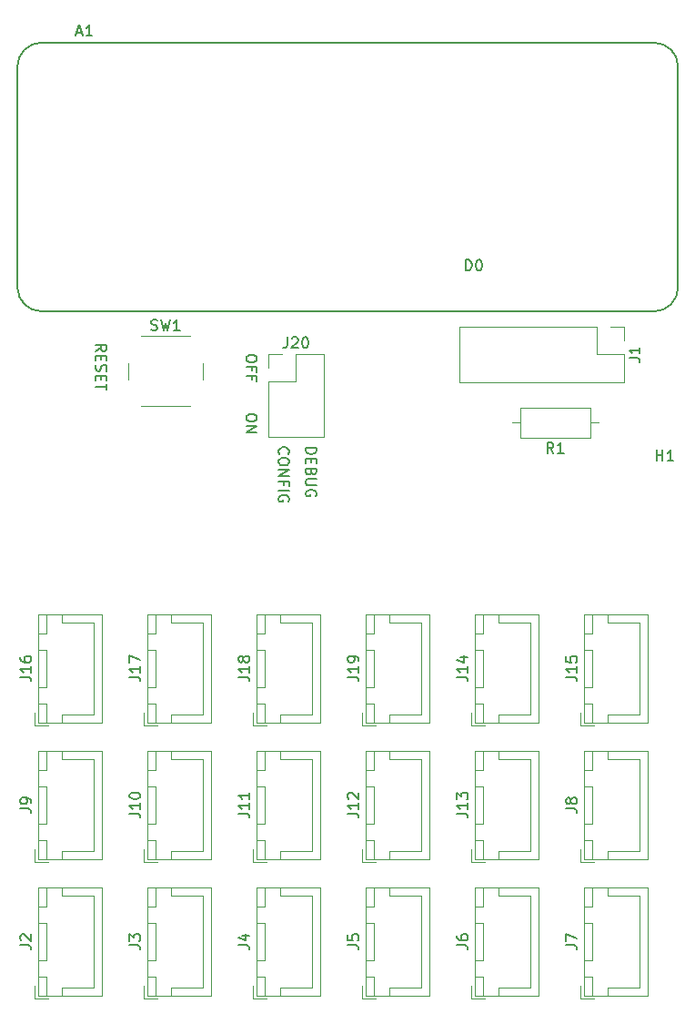
<source format=gbr>
%TF.GenerationSoftware,KiCad,Pcbnew,7.0.10-1.fc39*%
%TF.CreationDate,2024-02-14T22:36:15-06:00*%
%TF.ProjectId,mkr-sensor-shield,6d6b722d-7365-46e7-936f-722d73686965,rev?*%
%TF.SameCoordinates,Original*%
%TF.FileFunction,Legend,Top*%
%TF.FilePolarity,Positive*%
%FSLAX46Y46*%
G04 Gerber Fmt 4.6, Leading zero omitted, Abs format (unit mm)*
G04 Created by KiCad (PCBNEW 7.0.10-1.fc39) date 2024-02-14 22:36:15*
%MOMM*%
%LPD*%
G01*
G04 APERTURE LIST*
%ADD10C,0.150000*%
%ADD11C,0.120000*%
G04 APERTURE END LIST*
D10*
X136554981Y-83703208D02*
X137031172Y-83369875D01*
X136554981Y-83131780D02*
X137554981Y-83131780D01*
X137554981Y-83131780D02*
X137554981Y-83512732D01*
X137554981Y-83512732D02*
X137507362Y-83607970D01*
X137507362Y-83607970D02*
X137459743Y-83655589D01*
X137459743Y-83655589D02*
X137364505Y-83703208D01*
X137364505Y-83703208D02*
X137221648Y-83703208D01*
X137221648Y-83703208D02*
X137126410Y-83655589D01*
X137126410Y-83655589D02*
X137078791Y-83607970D01*
X137078791Y-83607970D02*
X137031172Y-83512732D01*
X137031172Y-83512732D02*
X137031172Y-83131780D01*
X137078791Y-84131780D02*
X137078791Y-84465113D01*
X136554981Y-84607970D02*
X136554981Y-84131780D01*
X136554981Y-84131780D02*
X137554981Y-84131780D01*
X137554981Y-84131780D02*
X137554981Y-84607970D01*
X136602601Y-84988923D02*
X136554981Y-85131780D01*
X136554981Y-85131780D02*
X136554981Y-85369875D01*
X136554981Y-85369875D02*
X136602601Y-85465113D01*
X136602601Y-85465113D02*
X136650220Y-85512732D01*
X136650220Y-85512732D02*
X136745458Y-85560351D01*
X136745458Y-85560351D02*
X136840696Y-85560351D01*
X136840696Y-85560351D02*
X136935934Y-85512732D01*
X136935934Y-85512732D02*
X136983553Y-85465113D01*
X136983553Y-85465113D02*
X137031172Y-85369875D01*
X137031172Y-85369875D02*
X137078791Y-85179399D01*
X137078791Y-85179399D02*
X137126410Y-85084161D01*
X137126410Y-85084161D02*
X137174029Y-85036542D01*
X137174029Y-85036542D02*
X137269267Y-84988923D01*
X137269267Y-84988923D02*
X137364505Y-84988923D01*
X137364505Y-84988923D02*
X137459743Y-85036542D01*
X137459743Y-85036542D02*
X137507362Y-85084161D01*
X137507362Y-85084161D02*
X137554981Y-85179399D01*
X137554981Y-85179399D02*
X137554981Y-85417494D01*
X137554981Y-85417494D02*
X137507362Y-85560351D01*
X137078791Y-85988923D02*
X137078791Y-86322256D01*
X136554981Y-86465113D02*
X136554981Y-85988923D01*
X136554981Y-85988923D02*
X137554981Y-85988923D01*
X137554981Y-85988923D02*
X137554981Y-86465113D01*
X137554981Y-86750828D02*
X137554981Y-87322256D01*
X136554981Y-87036542D02*
X137554981Y-87036542D01*
X156094981Y-92711780D02*
X157094981Y-92711780D01*
X157094981Y-92711780D02*
X157094981Y-92949875D01*
X157094981Y-92949875D02*
X157047362Y-93092732D01*
X157047362Y-93092732D02*
X156952124Y-93187970D01*
X156952124Y-93187970D02*
X156856886Y-93235589D01*
X156856886Y-93235589D02*
X156666410Y-93283208D01*
X156666410Y-93283208D02*
X156523553Y-93283208D01*
X156523553Y-93283208D02*
X156333077Y-93235589D01*
X156333077Y-93235589D02*
X156237839Y-93187970D01*
X156237839Y-93187970D02*
X156142601Y-93092732D01*
X156142601Y-93092732D02*
X156094981Y-92949875D01*
X156094981Y-92949875D02*
X156094981Y-92711780D01*
X156618791Y-93711780D02*
X156618791Y-94045113D01*
X156094981Y-94187970D02*
X156094981Y-93711780D01*
X156094981Y-93711780D02*
X157094981Y-93711780D01*
X157094981Y-93711780D02*
X157094981Y-94187970D01*
X156618791Y-94949875D02*
X156571172Y-95092732D01*
X156571172Y-95092732D02*
X156523553Y-95140351D01*
X156523553Y-95140351D02*
X156428315Y-95187970D01*
X156428315Y-95187970D02*
X156285458Y-95187970D01*
X156285458Y-95187970D02*
X156190220Y-95140351D01*
X156190220Y-95140351D02*
X156142601Y-95092732D01*
X156142601Y-95092732D02*
X156094981Y-94997494D01*
X156094981Y-94997494D02*
X156094981Y-94616542D01*
X156094981Y-94616542D02*
X157094981Y-94616542D01*
X157094981Y-94616542D02*
X157094981Y-94949875D01*
X157094981Y-94949875D02*
X157047362Y-95045113D01*
X157047362Y-95045113D02*
X156999743Y-95092732D01*
X156999743Y-95092732D02*
X156904505Y-95140351D01*
X156904505Y-95140351D02*
X156809267Y-95140351D01*
X156809267Y-95140351D02*
X156714029Y-95092732D01*
X156714029Y-95092732D02*
X156666410Y-95045113D01*
X156666410Y-95045113D02*
X156618791Y-94949875D01*
X156618791Y-94949875D02*
X156618791Y-94616542D01*
X157094981Y-95616542D02*
X156285458Y-95616542D01*
X156285458Y-95616542D02*
X156190220Y-95664161D01*
X156190220Y-95664161D02*
X156142601Y-95711780D01*
X156142601Y-95711780D02*
X156094981Y-95807018D01*
X156094981Y-95807018D02*
X156094981Y-95997494D01*
X156094981Y-95997494D02*
X156142601Y-96092732D01*
X156142601Y-96092732D02*
X156190220Y-96140351D01*
X156190220Y-96140351D02*
X156285458Y-96187970D01*
X156285458Y-96187970D02*
X157094981Y-96187970D01*
X157047362Y-97187970D02*
X157094981Y-97092732D01*
X157094981Y-97092732D02*
X157094981Y-96949875D01*
X157094981Y-96949875D02*
X157047362Y-96807018D01*
X157047362Y-96807018D02*
X156952124Y-96711780D01*
X156952124Y-96711780D02*
X156856886Y-96664161D01*
X156856886Y-96664161D02*
X156666410Y-96616542D01*
X156666410Y-96616542D02*
X156523553Y-96616542D01*
X156523553Y-96616542D02*
X156333077Y-96664161D01*
X156333077Y-96664161D02*
X156237839Y-96711780D01*
X156237839Y-96711780D02*
X156142601Y-96807018D01*
X156142601Y-96807018D02*
X156094981Y-96949875D01*
X156094981Y-96949875D02*
X156094981Y-97045113D01*
X156094981Y-97045113D02*
X156142601Y-97187970D01*
X156142601Y-97187970D02*
X156190220Y-97235589D01*
X156190220Y-97235589D02*
X156523553Y-97235589D01*
X156523553Y-97235589D02*
X156523553Y-97045113D01*
X151554981Y-89822256D02*
X151554981Y-90012732D01*
X151554981Y-90012732D02*
X151507362Y-90107970D01*
X151507362Y-90107970D02*
X151412124Y-90203208D01*
X151412124Y-90203208D02*
X151221648Y-90250827D01*
X151221648Y-90250827D02*
X150888315Y-90250827D01*
X150888315Y-90250827D02*
X150697839Y-90203208D01*
X150697839Y-90203208D02*
X150602601Y-90107970D01*
X150602601Y-90107970D02*
X150554981Y-90012732D01*
X150554981Y-90012732D02*
X150554981Y-89822256D01*
X150554981Y-89822256D02*
X150602601Y-89727018D01*
X150602601Y-89727018D02*
X150697839Y-89631780D01*
X150697839Y-89631780D02*
X150888315Y-89584161D01*
X150888315Y-89584161D02*
X151221648Y-89584161D01*
X151221648Y-89584161D02*
X151412124Y-89631780D01*
X151412124Y-89631780D02*
X151507362Y-89727018D01*
X151507362Y-89727018D02*
X151554981Y-89822256D01*
X150554981Y-90679399D02*
X151554981Y-90679399D01*
X151554981Y-90679399D02*
X150554981Y-91250827D01*
X150554981Y-91250827D02*
X151554981Y-91250827D01*
X151554981Y-84322256D02*
X151554981Y-84512732D01*
X151554981Y-84512732D02*
X151507362Y-84607970D01*
X151507362Y-84607970D02*
X151412124Y-84703208D01*
X151412124Y-84703208D02*
X151221648Y-84750827D01*
X151221648Y-84750827D02*
X150888315Y-84750827D01*
X150888315Y-84750827D02*
X150697839Y-84703208D01*
X150697839Y-84703208D02*
X150602601Y-84607970D01*
X150602601Y-84607970D02*
X150554981Y-84512732D01*
X150554981Y-84512732D02*
X150554981Y-84322256D01*
X150554981Y-84322256D02*
X150602601Y-84227018D01*
X150602601Y-84227018D02*
X150697839Y-84131780D01*
X150697839Y-84131780D02*
X150888315Y-84084161D01*
X150888315Y-84084161D02*
X151221648Y-84084161D01*
X151221648Y-84084161D02*
X151412124Y-84131780D01*
X151412124Y-84131780D02*
X151507362Y-84227018D01*
X151507362Y-84227018D02*
X151554981Y-84322256D01*
X151078791Y-85512732D02*
X151078791Y-85179399D01*
X150554981Y-85179399D02*
X151554981Y-85179399D01*
X151554981Y-85179399D02*
X151554981Y-85655589D01*
X151078791Y-86369875D02*
X151078791Y-86036542D01*
X150554981Y-86036542D02*
X151554981Y-86036542D01*
X151554981Y-86036542D02*
X151554981Y-86512732D01*
X153650220Y-93283208D02*
X153602601Y-93235589D01*
X153602601Y-93235589D02*
X153554981Y-93092732D01*
X153554981Y-93092732D02*
X153554981Y-92997494D01*
X153554981Y-92997494D02*
X153602601Y-92854637D01*
X153602601Y-92854637D02*
X153697839Y-92759399D01*
X153697839Y-92759399D02*
X153793077Y-92711780D01*
X153793077Y-92711780D02*
X153983553Y-92664161D01*
X153983553Y-92664161D02*
X154126410Y-92664161D01*
X154126410Y-92664161D02*
X154316886Y-92711780D01*
X154316886Y-92711780D02*
X154412124Y-92759399D01*
X154412124Y-92759399D02*
X154507362Y-92854637D01*
X154507362Y-92854637D02*
X154554981Y-92997494D01*
X154554981Y-92997494D02*
X154554981Y-93092732D01*
X154554981Y-93092732D02*
X154507362Y-93235589D01*
X154507362Y-93235589D02*
X154459743Y-93283208D01*
X154554981Y-93902256D02*
X154554981Y-94092732D01*
X154554981Y-94092732D02*
X154507362Y-94187970D01*
X154507362Y-94187970D02*
X154412124Y-94283208D01*
X154412124Y-94283208D02*
X154221648Y-94330827D01*
X154221648Y-94330827D02*
X153888315Y-94330827D01*
X153888315Y-94330827D02*
X153697839Y-94283208D01*
X153697839Y-94283208D02*
X153602601Y-94187970D01*
X153602601Y-94187970D02*
X153554981Y-94092732D01*
X153554981Y-94092732D02*
X153554981Y-93902256D01*
X153554981Y-93902256D02*
X153602601Y-93807018D01*
X153602601Y-93807018D02*
X153697839Y-93711780D01*
X153697839Y-93711780D02*
X153888315Y-93664161D01*
X153888315Y-93664161D02*
X154221648Y-93664161D01*
X154221648Y-93664161D02*
X154412124Y-93711780D01*
X154412124Y-93711780D02*
X154507362Y-93807018D01*
X154507362Y-93807018D02*
X154554981Y-93902256D01*
X153554981Y-94759399D02*
X154554981Y-94759399D01*
X154554981Y-94759399D02*
X153554981Y-95330827D01*
X153554981Y-95330827D02*
X154554981Y-95330827D01*
X154078791Y-96140351D02*
X154078791Y-95807018D01*
X153554981Y-95807018D02*
X154554981Y-95807018D01*
X154554981Y-95807018D02*
X154554981Y-96283208D01*
X153554981Y-96664161D02*
X154554981Y-96664161D01*
X154507362Y-97664160D02*
X154554981Y-97568922D01*
X154554981Y-97568922D02*
X154554981Y-97426065D01*
X154554981Y-97426065D02*
X154507362Y-97283208D01*
X154507362Y-97283208D02*
X154412124Y-97187970D01*
X154412124Y-97187970D02*
X154316886Y-97140351D01*
X154316886Y-97140351D02*
X154126410Y-97092732D01*
X154126410Y-97092732D02*
X153983553Y-97092732D01*
X153983553Y-97092732D02*
X153793077Y-97140351D01*
X153793077Y-97140351D02*
X153697839Y-97187970D01*
X153697839Y-97187970D02*
X153602601Y-97283208D01*
X153602601Y-97283208D02*
X153554981Y-97426065D01*
X153554981Y-97426065D02*
X153554981Y-97521303D01*
X153554981Y-97521303D02*
X153602601Y-97664160D01*
X153602601Y-97664160D02*
X153650220Y-97711779D01*
X153650220Y-97711779D02*
X153983553Y-97711779D01*
X153983553Y-97711779D02*
X153983553Y-97521303D01*
X160014820Y-138958334D02*
X160729105Y-138958334D01*
X160729105Y-138958334D02*
X160871962Y-139005953D01*
X160871962Y-139005953D02*
X160967201Y-139101191D01*
X160967201Y-139101191D02*
X161014820Y-139244048D01*
X161014820Y-139244048D02*
X161014820Y-139339286D01*
X160014820Y-138005953D02*
X160014820Y-138482143D01*
X160014820Y-138482143D02*
X160491010Y-138529762D01*
X160491010Y-138529762D02*
X160443391Y-138482143D01*
X160443391Y-138482143D02*
X160395772Y-138386905D01*
X160395772Y-138386905D02*
X160395772Y-138148810D01*
X160395772Y-138148810D02*
X160443391Y-138053572D01*
X160443391Y-138053572D02*
X160491010Y-138005953D01*
X160491010Y-138005953D02*
X160586248Y-137958334D01*
X160586248Y-137958334D02*
X160824343Y-137958334D01*
X160824343Y-137958334D02*
X160919581Y-138005953D01*
X160919581Y-138005953D02*
X160967201Y-138053572D01*
X160967201Y-138053572D02*
X161014820Y-138148810D01*
X161014820Y-138148810D02*
X161014820Y-138386905D01*
X161014820Y-138386905D02*
X160967201Y-138482143D01*
X160967201Y-138482143D02*
X160919581Y-138529762D01*
X139694820Y-126734524D02*
X140409105Y-126734524D01*
X140409105Y-126734524D02*
X140551962Y-126782143D01*
X140551962Y-126782143D02*
X140647201Y-126877381D01*
X140647201Y-126877381D02*
X140694820Y-127020238D01*
X140694820Y-127020238D02*
X140694820Y-127115476D01*
X140694820Y-125734524D02*
X140694820Y-126305952D01*
X140694820Y-126020238D02*
X139694820Y-126020238D01*
X139694820Y-126020238D02*
X139837677Y-126115476D01*
X139837677Y-126115476D02*
X139932915Y-126210714D01*
X139932915Y-126210714D02*
X139980534Y-126305952D01*
X139694820Y-125115476D02*
X139694820Y-125020238D01*
X139694820Y-125020238D02*
X139742439Y-124925000D01*
X139742439Y-124925000D02*
X139790058Y-124877381D01*
X139790058Y-124877381D02*
X139885296Y-124829762D01*
X139885296Y-124829762D02*
X140075772Y-124782143D01*
X140075772Y-124782143D02*
X140313867Y-124782143D01*
X140313867Y-124782143D02*
X140504343Y-124829762D01*
X140504343Y-124829762D02*
X140599581Y-124877381D01*
X140599581Y-124877381D02*
X140647201Y-124925000D01*
X140647201Y-124925000D02*
X140694820Y-125020238D01*
X140694820Y-125020238D02*
X140694820Y-125115476D01*
X140694820Y-125115476D02*
X140647201Y-125210714D01*
X140647201Y-125210714D02*
X140599581Y-125258333D01*
X140599581Y-125258333D02*
X140504343Y-125305952D01*
X140504343Y-125305952D02*
X140313867Y-125353571D01*
X140313867Y-125353571D02*
X140075772Y-125353571D01*
X140075772Y-125353571D02*
X139885296Y-125305952D01*
X139885296Y-125305952D02*
X139790058Y-125258333D01*
X139790058Y-125258333D02*
X139742439Y-125210714D01*
X139742439Y-125210714D02*
X139694820Y-125115476D01*
X149854820Y-114034524D02*
X150569105Y-114034524D01*
X150569105Y-114034524D02*
X150711962Y-114082143D01*
X150711962Y-114082143D02*
X150807201Y-114177381D01*
X150807201Y-114177381D02*
X150854820Y-114320238D01*
X150854820Y-114320238D02*
X150854820Y-114415476D01*
X150854820Y-113034524D02*
X150854820Y-113605952D01*
X150854820Y-113320238D02*
X149854820Y-113320238D01*
X149854820Y-113320238D02*
X149997677Y-113415476D01*
X149997677Y-113415476D02*
X150092915Y-113510714D01*
X150092915Y-113510714D02*
X150140534Y-113605952D01*
X150283391Y-112463095D02*
X150235772Y-112558333D01*
X150235772Y-112558333D02*
X150188153Y-112605952D01*
X150188153Y-112605952D02*
X150092915Y-112653571D01*
X150092915Y-112653571D02*
X150045296Y-112653571D01*
X150045296Y-112653571D02*
X149950058Y-112605952D01*
X149950058Y-112605952D02*
X149902439Y-112558333D01*
X149902439Y-112558333D02*
X149854820Y-112463095D01*
X149854820Y-112463095D02*
X149854820Y-112272619D01*
X149854820Y-112272619D02*
X149902439Y-112177381D01*
X149902439Y-112177381D02*
X149950058Y-112129762D01*
X149950058Y-112129762D02*
X150045296Y-112082143D01*
X150045296Y-112082143D02*
X150092915Y-112082143D01*
X150092915Y-112082143D02*
X150188153Y-112129762D01*
X150188153Y-112129762D02*
X150235772Y-112177381D01*
X150235772Y-112177381D02*
X150283391Y-112272619D01*
X150283391Y-112272619D02*
X150283391Y-112463095D01*
X150283391Y-112463095D02*
X150331010Y-112558333D01*
X150331010Y-112558333D02*
X150378629Y-112605952D01*
X150378629Y-112605952D02*
X150473867Y-112653571D01*
X150473867Y-112653571D02*
X150664343Y-112653571D01*
X150664343Y-112653571D02*
X150759581Y-112605952D01*
X150759581Y-112605952D02*
X150807201Y-112558333D01*
X150807201Y-112558333D02*
X150854820Y-112463095D01*
X150854820Y-112463095D02*
X150854820Y-112272619D01*
X150854820Y-112272619D02*
X150807201Y-112177381D01*
X150807201Y-112177381D02*
X150759581Y-112129762D01*
X150759581Y-112129762D02*
X150664343Y-112082143D01*
X150664343Y-112082143D02*
X150473867Y-112082143D01*
X150473867Y-112082143D02*
X150378629Y-112129762D01*
X150378629Y-112129762D02*
X150331010Y-112177381D01*
X150331010Y-112177381D02*
X150283391Y-112272619D01*
X180334820Y-114034524D02*
X181049105Y-114034524D01*
X181049105Y-114034524D02*
X181191962Y-114082143D01*
X181191962Y-114082143D02*
X181287201Y-114177381D01*
X181287201Y-114177381D02*
X181334820Y-114320238D01*
X181334820Y-114320238D02*
X181334820Y-114415476D01*
X181334820Y-113034524D02*
X181334820Y-113605952D01*
X181334820Y-113320238D02*
X180334820Y-113320238D01*
X180334820Y-113320238D02*
X180477677Y-113415476D01*
X180477677Y-113415476D02*
X180572915Y-113510714D01*
X180572915Y-113510714D02*
X180620534Y-113605952D01*
X180334820Y-112129762D02*
X180334820Y-112605952D01*
X180334820Y-112605952D02*
X180811010Y-112653571D01*
X180811010Y-112653571D02*
X180763391Y-112605952D01*
X180763391Y-112605952D02*
X180715772Y-112510714D01*
X180715772Y-112510714D02*
X180715772Y-112272619D01*
X180715772Y-112272619D02*
X180763391Y-112177381D01*
X180763391Y-112177381D02*
X180811010Y-112129762D01*
X180811010Y-112129762D02*
X180906248Y-112082143D01*
X180906248Y-112082143D02*
X181144343Y-112082143D01*
X181144343Y-112082143D02*
X181239581Y-112129762D01*
X181239581Y-112129762D02*
X181287201Y-112177381D01*
X181287201Y-112177381D02*
X181334820Y-112272619D01*
X181334820Y-112272619D02*
X181334820Y-112510714D01*
X181334820Y-112510714D02*
X181287201Y-112605952D01*
X181287201Y-112605952D02*
X181239581Y-112653571D01*
X188748096Y-93919820D02*
X188748096Y-92919820D01*
X188748096Y-93396010D02*
X189319524Y-93396010D01*
X189319524Y-93919820D02*
X189319524Y-92919820D01*
X190319524Y-93919820D02*
X189748096Y-93919820D01*
X190033810Y-93919820D02*
X190033810Y-92919820D01*
X190033810Y-92919820D02*
X189938572Y-93062677D01*
X189938572Y-93062677D02*
X189843334Y-93157915D01*
X189843334Y-93157915D02*
X189748096Y-93205534D01*
X141721468Y-81742201D02*
X141864325Y-81789820D01*
X141864325Y-81789820D02*
X142102420Y-81789820D01*
X142102420Y-81789820D02*
X142197658Y-81742201D01*
X142197658Y-81742201D02*
X142245277Y-81694581D01*
X142245277Y-81694581D02*
X142292896Y-81599343D01*
X142292896Y-81599343D02*
X142292896Y-81504105D01*
X142292896Y-81504105D02*
X142245277Y-81408867D01*
X142245277Y-81408867D02*
X142197658Y-81361248D01*
X142197658Y-81361248D02*
X142102420Y-81313629D01*
X142102420Y-81313629D02*
X141911944Y-81266010D01*
X141911944Y-81266010D02*
X141816706Y-81218391D01*
X141816706Y-81218391D02*
X141769087Y-81170772D01*
X141769087Y-81170772D02*
X141721468Y-81075534D01*
X141721468Y-81075534D02*
X141721468Y-80980296D01*
X141721468Y-80980296D02*
X141769087Y-80885058D01*
X141769087Y-80885058D02*
X141816706Y-80837439D01*
X141816706Y-80837439D02*
X141911944Y-80789820D01*
X141911944Y-80789820D02*
X142150039Y-80789820D01*
X142150039Y-80789820D02*
X142292896Y-80837439D01*
X142626230Y-80789820D02*
X142864325Y-81789820D01*
X142864325Y-81789820D02*
X143054801Y-81075534D01*
X143054801Y-81075534D02*
X143245277Y-81789820D01*
X143245277Y-81789820D02*
X143483373Y-80789820D01*
X144388134Y-81789820D02*
X143816706Y-81789820D01*
X144102420Y-81789820D02*
X144102420Y-80789820D01*
X144102420Y-80789820D02*
X144007182Y-80932677D01*
X144007182Y-80932677D02*
X143911944Y-81027915D01*
X143911944Y-81027915D02*
X143816706Y-81075534D01*
X180334820Y-138958334D02*
X181049105Y-138958334D01*
X181049105Y-138958334D02*
X181191962Y-139005953D01*
X181191962Y-139005953D02*
X181287201Y-139101191D01*
X181287201Y-139101191D02*
X181334820Y-139244048D01*
X181334820Y-139244048D02*
X181334820Y-139339286D01*
X180334820Y-138577381D02*
X180334820Y-137910715D01*
X180334820Y-137910715D02*
X181334820Y-138339286D01*
X129534820Y-126258334D02*
X130249105Y-126258334D01*
X130249105Y-126258334D02*
X130391962Y-126305953D01*
X130391962Y-126305953D02*
X130487201Y-126401191D01*
X130487201Y-126401191D02*
X130534820Y-126544048D01*
X130534820Y-126544048D02*
X130534820Y-126639286D01*
X130534820Y-125734524D02*
X130534820Y-125544048D01*
X130534820Y-125544048D02*
X130487201Y-125448810D01*
X130487201Y-125448810D02*
X130439581Y-125401191D01*
X130439581Y-125401191D02*
X130296724Y-125305953D01*
X130296724Y-125305953D02*
X130106248Y-125258334D01*
X130106248Y-125258334D02*
X129725296Y-125258334D01*
X129725296Y-125258334D02*
X129630058Y-125305953D01*
X129630058Y-125305953D02*
X129582439Y-125353572D01*
X129582439Y-125353572D02*
X129534820Y-125448810D01*
X129534820Y-125448810D02*
X129534820Y-125639286D01*
X129534820Y-125639286D02*
X129582439Y-125734524D01*
X129582439Y-125734524D02*
X129630058Y-125782143D01*
X129630058Y-125782143D02*
X129725296Y-125829762D01*
X129725296Y-125829762D02*
X129963391Y-125829762D01*
X129963391Y-125829762D02*
X130058629Y-125782143D01*
X130058629Y-125782143D02*
X130106248Y-125734524D01*
X130106248Y-125734524D02*
X130153867Y-125639286D01*
X130153867Y-125639286D02*
X130153867Y-125448810D01*
X130153867Y-125448810D02*
X130106248Y-125353572D01*
X130106248Y-125353572D02*
X130058629Y-125305953D01*
X130058629Y-125305953D02*
X129963391Y-125258334D01*
X129534820Y-114034524D02*
X130249105Y-114034524D01*
X130249105Y-114034524D02*
X130391962Y-114082143D01*
X130391962Y-114082143D02*
X130487201Y-114177381D01*
X130487201Y-114177381D02*
X130534820Y-114320238D01*
X130534820Y-114320238D02*
X130534820Y-114415476D01*
X130534820Y-113034524D02*
X130534820Y-113605952D01*
X130534820Y-113320238D02*
X129534820Y-113320238D01*
X129534820Y-113320238D02*
X129677677Y-113415476D01*
X129677677Y-113415476D02*
X129772915Y-113510714D01*
X129772915Y-113510714D02*
X129820534Y-113605952D01*
X129534820Y-112177381D02*
X129534820Y-112367857D01*
X129534820Y-112367857D02*
X129582439Y-112463095D01*
X129582439Y-112463095D02*
X129630058Y-112510714D01*
X129630058Y-112510714D02*
X129772915Y-112605952D01*
X129772915Y-112605952D02*
X129963391Y-112653571D01*
X129963391Y-112653571D02*
X130344343Y-112653571D01*
X130344343Y-112653571D02*
X130439581Y-112605952D01*
X130439581Y-112605952D02*
X130487201Y-112558333D01*
X130487201Y-112558333D02*
X130534820Y-112463095D01*
X130534820Y-112463095D02*
X130534820Y-112272619D01*
X130534820Y-112272619D02*
X130487201Y-112177381D01*
X130487201Y-112177381D02*
X130439581Y-112129762D01*
X130439581Y-112129762D02*
X130344343Y-112082143D01*
X130344343Y-112082143D02*
X130106248Y-112082143D01*
X130106248Y-112082143D02*
X130011010Y-112129762D01*
X130011010Y-112129762D02*
X129963391Y-112177381D01*
X129963391Y-112177381D02*
X129915772Y-112272619D01*
X129915772Y-112272619D02*
X129915772Y-112463095D01*
X129915772Y-112463095D02*
X129963391Y-112558333D01*
X129963391Y-112558333D02*
X130011010Y-112605952D01*
X130011010Y-112605952D02*
X130106248Y-112653571D01*
X170174820Y-138958334D02*
X170889105Y-138958334D01*
X170889105Y-138958334D02*
X171031962Y-139005953D01*
X171031962Y-139005953D02*
X171127201Y-139101191D01*
X171127201Y-139101191D02*
X171174820Y-139244048D01*
X171174820Y-139244048D02*
X171174820Y-139339286D01*
X170174820Y-138053572D02*
X170174820Y-138244048D01*
X170174820Y-138244048D02*
X170222439Y-138339286D01*
X170222439Y-138339286D02*
X170270058Y-138386905D01*
X170270058Y-138386905D02*
X170412915Y-138482143D01*
X170412915Y-138482143D02*
X170603391Y-138529762D01*
X170603391Y-138529762D02*
X170984343Y-138529762D01*
X170984343Y-138529762D02*
X171079581Y-138482143D01*
X171079581Y-138482143D02*
X171127201Y-138434524D01*
X171127201Y-138434524D02*
X171174820Y-138339286D01*
X171174820Y-138339286D02*
X171174820Y-138148810D01*
X171174820Y-138148810D02*
X171127201Y-138053572D01*
X171127201Y-138053572D02*
X171079581Y-138005953D01*
X171079581Y-138005953D02*
X170984343Y-137958334D01*
X170984343Y-137958334D02*
X170746248Y-137958334D01*
X170746248Y-137958334D02*
X170651010Y-138005953D01*
X170651010Y-138005953D02*
X170603391Y-138053572D01*
X170603391Y-138053572D02*
X170555772Y-138148810D01*
X170555772Y-138148810D02*
X170555772Y-138339286D01*
X170555772Y-138339286D02*
X170603391Y-138434524D01*
X170603391Y-138434524D02*
X170651010Y-138482143D01*
X170651010Y-138482143D02*
X170746248Y-138529762D01*
X134795715Y-54084105D02*
X135271905Y-54084105D01*
X134700477Y-54369820D02*
X135033810Y-53369820D01*
X135033810Y-53369820D02*
X135367143Y-54369820D01*
X136224286Y-54369820D02*
X135652858Y-54369820D01*
X135938572Y-54369820D02*
X135938572Y-53369820D01*
X135938572Y-53369820D02*
X135843334Y-53512677D01*
X135843334Y-53512677D02*
X135748096Y-53607915D01*
X135748096Y-53607915D02*
X135652858Y-53655534D01*
X170976706Y-76224820D02*
X170976706Y-75224820D01*
X170976706Y-75224820D02*
X171214801Y-75224820D01*
X171214801Y-75224820D02*
X171357658Y-75272439D01*
X171357658Y-75272439D02*
X171452896Y-75367677D01*
X171452896Y-75367677D02*
X171500515Y-75462915D01*
X171500515Y-75462915D02*
X171548134Y-75653391D01*
X171548134Y-75653391D02*
X171548134Y-75796248D01*
X171548134Y-75796248D02*
X171500515Y-75986724D01*
X171500515Y-75986724D02*
X171452896Y-76081962D01*
X171452896Y-76081962D02*
X171357658Y-76177201D01*
X171357658Y-76177201D02*
X171214801Y-76224820D01*
X171214801Y-76224820D02*
X170976706Y-76224820D01*
X172167182Y-75224820D02*
X172262420Y-75224820D01*
X172262420Y-75224820D02*
X172357658Y-75272439D01*
X172357658Y-75272439D02*
X172405277Y-75320058D01*
X172405277Y-75320058D02*
X172452896Y-75415296D01*
X172452896Y-75415296D02*
X172500515Y-75605772D01*
X172500515Y-75605772D02*
X172500515Y-75843867D01*
X172500515Y-75843867D02*
X172452896Y-76034343D01*
X172452896Y-76034343D02*
X172405277Y-76129581D01*
X172405277Y-76129581D02*
X172357658Y-76177201D01*
X172357658Y-76177201D02*
X172262420Y-76224820D01*
X172262420Y-76224820D02*
X172167182Y-76224820D01*
X172167182Y-76224820D02*
X172071944Y-76177201D01*
X172071944Y-76177201D02*
X172024325Y-76129581D01*
X172024325Y-76129581D02*
X171976706Y-76034343D01*
X171976706Y-76034343D02*
X171929087Y-75843867D01*
X171929087Y-75843867D02*
X171929087Y-75605772D01*
X171929087Y-75605772D02*
X171976706Y-75415296D01*
X171976706Y-75415296D02*
X172024325Y-75320058D01*
X172024325Y-75320058D02*
X172071944Y-75272439D01*
X172071944Y-75272439D02*
X172167182Y-75224820D01*
X139694820Y-114034524D02*
X140409105Y-114034524D01*
X140409105Y-114034524D02*
X140551962Y-114082143D01*
X140551962Y-114082143D02*
X140647201Y-114177381D01*
X140647201Y-114177381D02*
X140694820Y-114320238D01*
X140694820Y-114320238D02*
X140694820Y-114415476D01*
X140694820Y-113034524D02*
X140694820Y-113605952D01*
X140694820Y-113320238D02*
X139694820Y-113320238D01*
X139694820Y-113320238D02*
X139837677Y-113415476D01*
X139837677Y-113415476D02*
X139932915Y-113510714D01*
X139932915Y-113510714D02*
X139980534Y-113605952D01*
X139694820Y-112701190D02*
X139694820Y-112034524D01*
X139694820Y-112034524D02*
X140694820Y-112463095D01*
X139694820Y-138958334D02*
X140409105Y-138958334D01*
X140409105Y-138958334D02*
X140551962Y-139005953D01*
X140551962Y-139005953D02*
X140647201Y-139101191D01*
X140647201Y-139101191D02*
X140694820Y-139244048D01*
X140694820Y-139244048D02*
X140694820Y-139339286D01*
X139694820Y-138577381D02*
X139694820Y-137958334D01*
X139694820Y-137958334D02*
X140075772Y-138291667D01*
X140075772Y-138291667D02*
X140075772Y-138148810D01*
X140075772Y-138148810D02*
X140123391Y-138053572D01*
X140123391Y-138053572D02*
X140171010Y-138005953D01*
X140171010Y-138005953D02*
X140266248Y-137958334D01*
X140266248Y-137958334D02*
X140504343Y-137958334D01*
X140504343Y-137958334D02*
X140599581Y-138005953D01*
X140599581Y-138005953D02*
X140647201Y-138053572D01*
X140647201Y-138053572D02*
X140694820Y-138148810D01*
X140694820Y-138148810D02*
X140694820Y-138434524D01*
X140694820Y-138434524D02*
X140647201Y-138529762D01*
X140647201Y-138529762D02*
X140599581Y-138577381D01*
X180334820Y-126258334D02*
X181049105Y-126258334D01*
X181049105Y-126258334D02*
X181191962Y-126305953D01*
X181191962Y-126305953D02*
X181287201Y-126401191D01*
X181287201Y-126401191D02*
X181334820Y-126544048D01*
X181334820Y-126544048D02*
X181334820Y-126639286D01*
X180763391Y-125639286D02*
X180715772Y-125734524D01*
X180715772Y-125734524D02*
X180668153Y-125782143D01*
X180668153Y-125782143D02*
X180572915Y-125829762D01*
X180572915Y-125829762D02*
X180525296Y-125829762D01*
X180525296Y-125829762D02*
X180430058Y-125782143D01*
X180430058Y-125782143D02*
X180382439Y-125734524D01*
X180382439Y-125734524D02*
X180334820Y-125639286D01*
X180334820Y-125639286D02*
X180334820Y-125448810D01*
X180334820Y-125448810D02*
X180382439Y-125353572D01*
X180382439Y-125353572D02*
X180430058Y-125305953D01*
X180430058Y-125305953D02*
X180525296Y-125258334D01*
X180525296Y-125258334D02*
X180572915Y-125258334D01*
X180572915Y-125258334D02*
X180668153Y-125305953D01*
X180668153Y-125305953D02*
X180715772Y-125353572D01*
X180715772Y-125353572D02*
X180763391Y-125448810D01*
X180763391Y-125448810D02*
X180763391Y-125639286D01*
X180763391Y-125639286D02*
X180811010Y-125734524D01*
X180811010Y-125734524D02*
X180858629Y-125782143D01*
X180858629Y-125782143D02*
X180953867Y-125829762D01*
X180953867Y-125829762D02*
X181144343Y-125829762D01*
X181144343Y-125829762D02*
X181239581Y-125782143D01*
X181239581Y-125782143D02*
X181287201Y-125734524D01*
X181287201Y-125734524D02*
X181334820Y-125639286D01*
X181334820Y-125639286D02*
X181334820Y-125448810D01*
X181334820Y-125448810D02*
X181287201Y-125353572D01*
X181287201Y-125353572D02*
X181239581Y-125305953D01*
X181239581Y-125305953D02*
X181144343Y-125258334D01*
X181144343Y-125258334D02*
X180953867Y-125258334D01*
X180953867Y-125258334D02*
X180858629Y-125305953D01*
X180858629Y-125305953D02*
X180811010Y-125353572D01*
X180811010Y-125353572D02*
X180763391Y-125448810D01*
X129534820Y-138958334D02*
X130249105Y-138958334D01*
X130249105Y-138958334D02*
X130391962Y-139005953D01*
X130391962Y-139005953D02*
X130487201Y-139101191D01*
X130487201Y-139101191D02*
X130534820Y-139244048D01*
X130534820Y-139244048D02*
X130534820Y-139339286D01*
X129630058Y-138529762D02*
X129582439Y-138482143D01*
X129582439Y-138482143D02*
X129534820Y-138386905D01*
X129534820Y-138386905D02*
X129534820Y-138148810D01*
X129534820Y-138148810D02*
X129582439Y-138053572D01*
X129582439Y-138053572D02*
X129630058Y-138005953D01*
X129630058Y-138005953D02*
X129725296Y-137958334D01*
X129725296Y-137958334D02*
X129820534Y-137958334D01*
X129820534Y-137958334D02*
X129963391Y-138005953D01*
X129963391Y-138005953D02*
X130534820Y-138577381D01*
X130534820Y-138577381D02*
X130534820Y-137958334D01*
X170174820Y-114034524D02*
X170889105Y-114034524D01*
X170889105Y-114034524D02*
X171031962Y-114082143D01*
X171031962Y-114082143D02*
X171127201Y-114177381D01*
X171127201Y-114177381D02*
X171174820Y-114320238D01*
X171174820Y-114320238D02*
X171174820Y-114415476D01*
X171174820Y-113034524D02*
X171174820Y-113605952D01*
X171174820Y-113320238D02*
X170174820Y-113320238D01*
X170174820Y-113320238D02*
X170317677Y-113415476D01*
X170317677Y-113415476D02*
X170412915Y-113510714D01*
X170412915Y-113510714D02*
X170460534Y-113605952D01*
X170508153Y-112177381D02*
X171174820Y-112177381D01*
X170127201Y-112415476D02*
X170841486Y-112653571D01*
X170841486Y-112653571D02*
X170841486Y-112034524D01*
X160014820Y-114034524D02*
X160729105Y-114034524D01*
X160729105Y-114034524D02*
X160871962Y-114082143D01*
X160871962Y-114082143D02*
X160967201Y-114177381D01*
X160967201Y-114177381D02*
X161014820Y-114320238D01*
X161014820Y-114320238D02*
X161014820Y-114415476D01*
X161014820Y-113034524D02*
X161014820Y-113605952D01*
X161014820Y-113320238D02*
X160014820Y-113320238D01*
X160014820Y-113320238D02*
X160157677Y-113415476D01*
X160157677Y-113415476D02*
X160252915Y-113510714D01*
X160252915Y-113510714D02*
X160300534Y-113605952D01*
X161014820Y-112558333D02*
X161014820Y-112367857D01*
X161014820Y-112367857D02*
X160967201Y-112272619D01*
X160967201Y-112272619D02*
X160919581Y-112225000D01*
X160919581Y-112225000D02*
X160776724Y-112129762D01*
X160776724Y-112129762D02*
X160586248Y-112082143D01*
X160586248Y-112082143D02*
X160205296Y-112082143D01*
X160205296Y-112082143D02*
X160110058Y-112129762D01*
X160110058Y-112129762D02*
X160062439Y-112177381D01*
X160062439Y-112177381D02*
X160014820Y-112272619D01*
X160014820Y-112272619D02*
X160014820Y-112463095D01*
X160014820Y-112463095D02*
X160062439Y-112558333D01*
X160062439Y-112558333D02*
X160110058Y-112605952D01*
X160110058Y-112605952D02*
X160205296Y-112653571D01*
X160205296Y-112653571D02*
X160443391Y-112653571D01*
X160443391Y-112653571D02*
X160538629Y-112605952D01*
X160538629Y-112605952D02*
X160586248Y-112558333D01*
X160586248Y-112558333D02*
X160633867Y-112463095D01*
X160633867Y-112463095D02*
X160633867Y-112272619D01*
X160633867Y-112272619D02*
X160586248Y-112177381D01*
X160586248Y-112177381D02*
X160538629Y-112129762D01*
X160538629Y-112129762D02*
X160443391Y-112082143D01*
X186199620Y-84358334D02*
X186913905Y-84358334D01*
X186913905Y-84358334D02*
X187056762Y-84405953D01*
X187056762Y-84405953D02*
X187152001Y-84501191D01*
X187152001Y-84501191D02*
X187199620Y-84644048D01*
X187199620Y-84644048D02*
X187199620Y-84739286D01*
X187199620Y-83358334D02*
X187199620Y-83929762D01*
X187199620Y-83644048D02*
X186199620Y-83644048D01*
X186199620Y-83644048D02*
X186342477Y-83739286D01*
X186342477Y-83739286D02*
X186437715Y-83834524D01*
X186437715Y-83834524D02*
X186485334Y-83929762D01*
X160014820Y-126734524D02*
X160729105Y-126734524D01*
X160729105Y-126734524D02*
X160871962Y-126782143D01*
X160871962Y-126782143D02*
X160967201Y-126877381D01*
X160967201Y-126877381D02*
X161014820Y-127020238D01*
X161014820Y-127020238D02*
X161014820Y-127115476D01*
X161014820Y-125734524D02*
X161014820Y-126305952D01*
X161014820Y-126020238D02*
X160014820Y-126020238D01*
X160014820Y-126020238D02*
X160157677Y-126115476D01*
X160157677Y-126115476D02*
X160252915Y-126210714D01*
X160252915Y-126210714D02*
X160300534Y-126305952D01*
X160110058Y-125353571D02*
X160062439Y-125305952D01*
X160062439Y-125305952D02*
X160014820Y-125210714D01*
X160014820Y-125210714D02*
X160014820Y-124972619D01*
X160014820Y-124972619D02*
X160062439Y-124877381D01*
X160062439Y-124877381D02*
X160110058Y-124829762D01*
X160110058Y-124829762D02*
X160205296Y-124782143D01*
X160205296Y-124782143D02*
X160300534Y-124782143D01*
X160300534Y-124782143D02*
X160443391Y-124829762D01*
X160443391Y-124829762D02*
X161014820Y-125401190D01*
X161014820Y-125401190D02*
X161014820Y-124782143D01*
X149854820Y-126734524D02*
X150569105Y-126734524D01*
X150569105Y-126734524D02*
X150711962Y-126782143D01*
X150711962Y-126782143D02*
X150807201Y-126877381D01*
X150807201Y-126877381D02*
X150854820Y-127020238D01*
X150854820Y-127020238D02*
X150854820Y-127115476D01*
X150854820Y-125734524D02*
X150854820Y-126305952D01*
X150854820Y-126020238D02*
X149854820Y-126020238D01*
X149854820Y-126020238D02*
X149997677Y-126115476D01*
X149997677Y-126115476D02*
X150092915Y-126210714D01*
X150092915Y-126210714D02*
X150140534Y-126305952D01*
X150854820Y-124782143D02*
X150854820Y-125353571D01*
X150854820Y-125067857D02*
X149854820Y-125067857D01*
X149854820Y-125067857D02*
X149997677Y-125163095D01*
X149997677Y-125163095D02*
X150092915Y-125258333D01*
X150092915Y-125258333D02*
X150140534Y-125353571D01*
X149854820Y-138958334D02*
X150569105Y-138958334D01*
X150569105Y-138958334D02*
X150711962Y-139005953D01*
X150711962Y-139005953D02*
X150807201Y-139101191D01*
X150807201Y-139101191D02*
X150854820Y-139244048D01*
X150854820Y-139244048D02*
X150854820Y-139339286D01*
X150188153Y-138053572D02*
X150854820Y-138053572D01*
X149807201Y-138291667D02*
X150521486Y-138529762D01*
X150521486Y-138529762D02*
X150521486Y-137910715D01*
X179158134Y-93199820D02*
X178824801Y-92723629D01*
X178586706Y-93199820D02*
X178586706Y-92199820D01*
X178586706Y-92199820D02*
X178967658Y-92199820D01*
X178967658Y-92199820D02*
X179062896Y-92247439D01*
X179062896Y-92247439D02*
X179110515Y-92295058D01*
X179110515Y-92295058D02*
X179158134Y-92390296D01*
X179158134Y-92390296D02*
X179158134Y-92533153D01*
X179158134Y-92533153D02*
X179110515Y-92628391D01*
X179110515Y-92628391D02*
X179062896Y-92676010D01*
X179062896Y-92676010D02*
X178967658Y-92723629D01*
X178967658Y-92723629D02*
X178586706Y-92723629D01*
X180110515Y-93199820D02*
X179539087Y-93199820D01*
X179824801Y-93199820D02*
X179824801Y-92199820D01*
X179824801Y-92199820D02*
X179729563Y-92342677D01*
X179729563Y-92342677D02*
X179634325Y-92437915D01*
X179634325Y-92437915D02*
X179539087Y-92485534D01*
X170174820Y-126734524D02*
X170889105Y-126734524D01*
X170889105Y-126734524D02*
X171031962Y-126782143D01*
X171031962Y-126782143D02*
X171127201Y-126877381D01*
X171127201Y-126877381D02*
X171174820Y-127020238D01*
X171174820Y-127020238D02*
X171174820Y-127115476D01*
X171174820Y-125734524D02*
X171174820Y-126305952D01*
X171174820Y-126020238D02*
X170174820Y-126020238D01*
X170174820Y-126020238D02*
X170317677Y-126115476D01*
X170317677Y-126115476D02*
X170412915Y-126210714D01*
X170412915Y-126210714D02*
X170460534Y-126305952D01*
X170174820Y-125401190D02*
X170174820Y-124782143D01*
X170174820Y-124782143D02*
X170555772Y-125115476D01*
X170555772Y-125115476D02*
X170555772Y-124972619D01*
X170555772Y-124972619D02*
X170603391Y-124877381D01*
X170603391Y-124877381D02*
X170651010Y-124829762D01*
X170651010Y-124829762D02*
X170746248Y-124782143D01*
X170746248Y-124782143D02*
X170984343Y-124782143D01*
X170984343Y-124782143D02*
X171079581Y-124829762D01*
X171079581Y-124829762D02*
X171127201Y-124877381D01*
X171127201Y-124877381D02*
X171174820Y-124972619D01*
X171174820Y-124972619D02*
X171174820Y-125258333D01*
X171174820Y-125258333D02*
X171127201Y-125353571D01*
X171127201Y-125353571D02*
X171079581Y-125401190D01*
X154385277Y-82419820D02*
X154385277Y-83134105D01*
X154385277Y-83134105D02*
X154337658Y-83276962D01*
X154337658Y-83276962D02*
X154242420Y-83372201D01*
X154242420Y-83372201D02*
X154099563Y-83419820D01*
X154099563Y-83419820D02*
X154004325Y-83419820D01*
X154813849Y-82515058D02*
X154861468Y-82467439D01*
X154861468Y-82467439D02*
X154956706Y-82419820D01*
X154956706Y-82419820D02*
X155194801Y-82419820D01*
X155194801Y-82419820D02*
X155290039Y-82467439D01*
X155290039Y-82467439D02*
X155337658Y-82515058D01*
X155337658Y-82515058D02*
X155385277Y-82610296D01*
X155385277Y-82610296D02*
X155385277Y-82705534D01*
X155385277Y-82705534D02*
X155337658Y-82848391D01*
X155337658Y-82848391D02*
X154766230Y-83419820D01*
X154766230Y-83419820D02*
X155385277Y-83419820D01*
X156004325Y-82419820D02*
X156099563Y-82419820D01*
X156099563Y-82419820D02*
X156194801Y-82467439D01*
X156194801Y-82467439D02*
X156242420Y-82515058D01*
X156242420Y-82515058D02*
X156290039Y-82610296D01*
X156290039Y-82610296D02*
X156337658Y-82800772D01*
X156337658Y-82800772D02*
X156337658Y-83038867D01*
X156337658Y-83038867D02*
X156290039Y-83229343D01*
X156290039Y-83229343D02*
X156242420Y-83324581D01*
X156242420Y-83324581D02*
X156194801Y-83372201D01*
X156194801Y-83372201D02*
X156099563Y-83419820D01*
X156099563Y-83419820D02*
X156004325Y-83419820D01*
X156004325Y-83419820D02*
X155909087Y-83372201D01*
X155909087Y-83372201D02*
X155861468Y-83324581D01*
X155861468Y-83324581D02*
X155813849Y-83229343D01*
X155813849Y-83229343D02*
X155766230Y-83038867D01*
X155766230Y-83038867D02*
X155766230Y-82800772D01*
X155766230Y-82800772D02*
X155813849Y-82610296D01*
X155813849Y-82610296D02*
X155861468Y-82515058D01*
X155861468Y-82515058D02*
X155909087Y-82467439D01*
X155909087Y-82467439D02*
X156004325Y-82419820D01*
D11*
%TO.C,J5*%
X161360001Y-143975001D02*
X162610001Y-143975001D01*
X161650001Y-143685001D02*
X167620001Y-143685001D01*
X167620001Y-143685001D02*
X167620001Y-133565001D01*
X161660001Y-143675001D02*
X162410001Y-143675001D01*
X162410001Y-143675001D02*
X162410001Y-141875001D01*
X163910001Y-143675001D02*
X163910001Y-142925001D01*
X163910001Y-142925001D02*
X166860001Y-142925001D01*
X166860001Y-142925001D02*
X166860001Y-138625001D01*
X161360001Y-142725001D02*
X161360001Y-143975001D01*
X161660001Y-141875001D02*
X161660001Y-143675001D01*
X162410001Y-141875001D02*
X161660001Y-141875001D01*
X161660001Y-140375001D02*
X162410001Y-140375001D01*
X162410001Y-140375001D02*
X162410001Y-136875001D01*
X161660001Y-136875001D02*
X161660001Y-140375001D01*
X162410001Y-136875001D02*
X161660001Y-136875001D01*
X161660001Y-135375001D02*
X162410001Y-135375001D01*
X162410001Y-135375001D02*
X162410001Y-133575001D01*
X163910001Y-134325001D02*
X166860001Y-134325001D01*
X166860001Y-134325001D02*
X166860001Y-138625001D01*
X161660001Y-133575001D02*
X161660001Y-135375001D01*
X162410001Y-133575001D02*
X161660001Y-133575001D01*
X163910001Y-133575001D02*
X163910001Y-134325001D01*
X161650001Y-133565001D02*
X161650001Y-143685001D01*
X167620001Y-133565001D02*
X161650001Y-133565001D01*
%TO.C,J10*%
X141040001Y-131275001D02*
X142290001Y-131275001D01*
X141330001Y-130985001D02*
X147300001Y-130985001D01*
X147300001Y-130985001D02*
X147300001Y-120865001D01*
X141340001Y-130975001D02*
X142090001Y-130975001D01*
X142090001Y-130975001D02*
X142090001Y-129175001D01*
X143590001Y-130975001D02*
X143590001Y-130225001D01*
X143590001Y-130225001D02*
X146540001Y-130225001D01*
X146540001Y-130225001D02*
X146540001Y-125925001D01*
X141040001Y-130025001D02*
X141040001Y-131275001D01*
X141340001Y-129175001D02*
X141340001Y-130975001D01*
X142090001Y-129175001D02*
X141340001Y-129175001D01*
X141340001Y-127675001D02*
X142090001Y-127675001D01*
X142090001Y-127675001D02*
X142090001Y-124175001D01*
X141340001Y-124175001D02*
X141340001Y-127675001D01*
X142090001Y-124175001D02*
X141340001Y-124175001D01*
X141340001Y-122675001D02*
X142090001Y-122675001D01*
X142090001Y-122675001D02*
X142090001Y-120875001D01*
X143590001Y-121625001D02*
X146540001Y-121625001D01*
X146540001Y-121625001D02*
X146540001Y-125925001D01*
X141340001Y-120875001D02*
X141340001Y-122675001D01*
X142090001Y-120875001D02*
X141340001Y-120875001D01*
X143590001Y-120875001D02*
X143590001Y-121625001D01*
X141330001Y-120865001D02*
X141330001Y-130985001D01*
X147300001Y-120865001D02*
X141330001Y-120865001D01*
%TO.C,J18*%
X151200001Y-118575001D02*
X152450001Y-118575001D01*
X151490001Y-118285001D02*
X157460001Y-118285001D01*
X157460001Y-118285001D02*
X157460001Y-108165001D01*
X151500001Y-118275001D02*
X152250001Y-118275001D01*
X152250001Y-118275001D02*
X152250001Y-116475001D01*
X153750001Y-118275001D02*
X153750001Y-117525001D01*
X153750001Y-117525001D02*
X156700001Y-117525001D01*
X156700001Y-117525001D02*
X156700001Y-113225001D01*
X151200001Y-117325001D02*
X151200001Y-118575001D01*
X151500001Y-116475001D02*
X151500001Y-118275001D01*
X152250001Y-116475001D02*
X151500001Y-116475001D01*
X151500001Y-114975001D02*
X152250001Y-114975001D01*
X152250001Y-114975001D02*
X152250001Y-111475001D01*
X151500001Y-111475001D02*
X151500001Y-114975001D01*
X152250001Y-111475001D02*
X151500001Y-111475001D01*
X151500001Y-109975001D02*
X152250001Y-109975001D01*
X152250001Y-109975001D02*
X152250001Y-108175001D01*
X153750001Y-108925001D02*
X156700001Y-108925001D01*
X156700001Y-108925001D02*
X156700001Y-113225001D01*
X151500001Y-108175001D02*
X151500001Y-109975001D01*
X152250001Y-108175001D02*
X151500001Y-108175001D01*
X153750001Y-108175001D02*
X153750001Y-108925001D01*
X151490001Y-108165001D02*
X151490001Y-118285001D01*
X157460001Y-108165001D02*
X151490001Y-108165001D01*
%TO.C,J15*%
X181680001Y-118575001D02*
X182930001Y-118575001D01*
X181970001Y-118285001D02*
X187940001Y-118285001D01*
X187940001Y-118285001D02*
X187940001Y-108165001D01*
X181980001Y-118275001D02*
X182730001Y-118275001D01*
X182730001Y-118275001D02*
X182730001Y-116475001D01*
X184230001Y-118275001D02*
X184230001Y-117525001D01*
X184230001Y-117525001D02*
X187180001Y-117525001D01*
X187180001Y-117525001D02*
X187180001Y-113225001D01*
X181680001Y-117325001D02*
X181680001Y-118575001D01*
X181980001Y-116475001D02*
X181980001Y-118275001D01*
X182730001Y-116475001D02*
X181980001Y-116475001D01*
X181980001Y-114975001D02*
X182730001Y-114975001D01*
X182730001Y-114975001D02*
X182730001Y-111475001D01*
X181980001Y-111475001D02*
X181980001Y-114975001D01*
X182730001Y-111475001D02*
X181980001Y-111475001D01*
X181980001Y-109975001D02*
X182730001Y-109975001D01*
X182730001Y-109975001D02*
X182730001Y-108175001D01*
X184230001Y-108925001D02*
X187180001Y-108925001D01*
X187180001Y-108925001D02*
X187180001Y-113225001D01*
X181980001Y-108175001D02*
X181980001Y-109975001D01*
X182730001Y-108175001D02*
X181980001Y-108175001D01*
X184230001Y-108175001D02*
X184230001Y-108925001D01*
X181970001Y-108165001D02*
X181970001Y-118285001D01*
X187940001Y-108165001D02*
X181970001Y-108165001D01*
%TO.C,SW1*%
X139554801Y-84835001D02*
X139554801Y-86335001D01*
X140804801Y-88835001D02*
X145304801Y-88835001D01*
X145304801Y-82335001D02*
X140804801Y-82335001D01*
X146554801Y-86335001D02*
X146554801Y-84835001D01*
%TO.C,J7*%
X181680001Y-143975001D02*
X182930001Y-143975001D01*
X181970001Y-143685001D02*
X187940001Y-143685001D01*
X187940001Y-143685001D02*
X187940001Y-133565001D01*
X181980001Y-143675001D02*
X182730001Y-143675001D01*
X182730001Y-143675001D02*
X182730001Y-141875001D01*
X184230001Y-143675001D02*
X184230001Y-142925001D01*
X184230001Y-142925001D02*
X187180001Y-142925001D01*
X187180001Y-142925001D02*
X187180001Y-138625001D01*
X181680001Y-142725001D02*
X181680001Y-143975001D01*
X181980001Y-141875001D02*
X181980001Y-143675001D01*
X182730001Y-141875001D02*
X181980001Y-141875001D01*
X181980001Y-140375001D02*
X182730001Y-140375001D01*
X182730001Y-140375001D02*
X182730001Y-136875001D01*
X181980001Y-136875001D02*
X181980001Y-140375001D01*
X182730001Y-136875001D02*
X181980001Y-136875001D01*
X181980001Y-135375001D02*
X182730001Y-135375001D01*
X182730001Y-135375001D02*
X182730001Y-133575001D01*
X184230001Y-134325001D02*
X187180001Y-134325001D01*
X187180001Y-134325001D02*
X187180001Y-138625001D01*
X181980001Y-133575001D02*
X181980001Y-135375001D01*
X182730001Y-133575001D02*
X181980001Y-133575001D01*
X184230001Y-133575001D02*
X184230001Y-134325001D01*
X181970001Y-133565001D02*
X181970001Y-143685001D01*
X187940001Y-133565001D02*
X181970001Y-133565001D01*
%TO.C,J9*%
X130880001Y-131275001D02*
X132130001Y-131275001D01*
X131170001Y-130985001D02*
X137140001Y-130985001D01*
X137140001Y-130985001D02*
X137140001Y-120865001D01*
X131180001Y-130975001D02*
X131930001Y-130975001D01*
X131930001Y-130975001D02*
X131930001Y-129175001D01*
X133430001Y-130975001D02*
X133430001Y-130225001D01*
X133430001Y-130225001D02*
X136380001Y-130225001D01*
X136380001Y-130225001D02*
X136380001Y-125925001D01*
X130880001Y-130025001D02*
X130880001Y-131275001D01*
X131180001Y-129175001D02*
X131180001Y-130975001D01*
X131930001Y-129175001D02*
X131180001Y-129175001D01*
X131180001Y-127675001D02*
X131930001Y-127675001D01*
X131930001Y-127675001D02*
X131930001Y-124175001D01*
X131180001Y-124175001D02*
X131180001Y-127675001D01*
X131930001Y-124175001D02*
X131180001Y-124175001D01*
X131180001Y-122675001D02*
X131930001Y-122675001D01*
X131930001Y-122675001D02*
X131930001Y-120875001D01*
X133430001Y-121625001D02*
X136380001Y-121625001D01*
X136380001Y-121625001D02*
X136380001Y-125925001D01*
X131180001Y-120875001D02*
X131180001Y-122675001D01*
X131930001Y-120875001D02*
X131180001Y-120875001D01*
X133430001Y-120875001D02*
X133430001Y-121625001D01*
X131170001Y-120865001D02*
X131170001Y-130985001D01*
X137140001Y-120865001D02*
X131170001Y-120865001D01*
%TO.C,J16*%
X130880001Y-118575001D02*
X132130001Y-118575001D01*
X131170001Y-118285001D02*
X137140001Y-118285001D01*
X137140001Y-118285001D02*
X137140001Y-108165001D01*
X131180001Y-118275001D02*
X131930001Y-118275001D01*
X131930001Y-118275001D02*
X131930001Y-116475001D01*
X133430001Y-118275001D02*
X133430001Y-117525001D01*
X133430001Y-117525001D02*
X136380001Y-117525001D01*
X136380001Y-117525001D02*
X136380001Y-113225001D01*
X130880001Y-117325001D02*
X130880001Y-118575001D01*
X131180001Y-116475001D02*
X131180001Y-118275001D01*
X131930001Y-116475001D02*
X131180001Y-116475001D01*
X131180001Y-114975001D02*
X131930001Y-114975001D01*
X131930001Y-114975001D02*
X131930001Y-111475001D01*
X131180001Y-111475001D02*
X131180001Y-114975001D01*
X131930001Y-111475001D02*
X131180001Y-111475001D01*
X131180001Y-109975001D02*
X131930001Y-109975001D01*
X131930001Y-109975001D02*
X131930001Y-108175001D01*
X133430001Y-108925001D02*
X136380001Y-108925001D01*
X136380001Y-108925001D02*
X136380001Y-113225001D01*
X131180001Y-108175001D02*
X131180001Y-109975001D01*
X131930001Y-108175001D02*
X131180001Y-108175001D01*
X133430001Y-108175001D02*
X133430001Y-108925001D01*
X131170001Y-108165001D02*
X131170001Y-118285001D01*
X137140001Y-108165001D02*
X131170001Y-108165001D01*
%TO.C,J6*%
X171520001Y-143975001D02*
X172770001Y-143975001D01*
X171810001Y-143685001D02*
X177780001Y-143685001D01*
X177780001Y-143685001D02*
X177780001Y-133565001D01*
X171820001Y-143675001D02*
X172570001Y-143675001D01*
X172570001Y-143675001D02*
X172570001Y-141875001D01*
X174070001Y-143675001D02*
X174070001Y-142925001D01*
X174070001Y-142925001D02*
X177020001Y-142925001D01*
X177020001Y-142925001D02*
X177020001Y-138625001D01*
X171520001Y-142725001D02*
X171520001Y-143975001D01*
X171820001Y-141875001D02*
X171820001Y-143675001D01*
X172570001Y-141875001D02*
X171820001Y-141875001D01*
X171820001Y-140375001D02*
X172570001Y-140375001D01*
X172570001Y-140375001D02*
X172570001Y-136875001D01*
X171820001Y-136875001D02*
X171820001Y-140375001D01*
X172570001Y-136875001D02*
X171820001Y-136875001D01*
X171820001Y-135375001D02*
X172570001Y-135375001D01*
X172570001Y-135375001D02*
X172570001Y-133575001D01*
X174070001Y-134325001D02*
X177020001Y-134325001D01*
X177020001Y-134325001D02*
X177020001Y-138625001D01*
X171820001Y-133575001D02*
X171820001Y-135375001D01*
X172570001Y-133575001D02*
X171820001Y-133575001D01*
X174070001Y-133575001D02*
X174070001Y-134325001D01*
X171810001Y-133565001D02*
X171810001Y-143685001D01*
X177780001Y-133565001D02*
X171810001Y-133565001D01*
D10*
%TO.C,A1*%
X129260001Y-77765001D02*
X129260001Y-57265001D01*
X131510001Y-55015001D02*
X188510001Y-55015001D01*
X131510001Y-80015001D02*
X188510001Y-80015001D01*
X190760001Y-77765001D02*
X190760001Y-57265001D01*
X131510001Y-55015001D02*
G75*
G03*
X129260001Y-57265001I0J-2250000D01*
G01*
X129260001Y-77765001D02*
G75*
G03*
X131510001Y-80015001I2250000J0D01*
G01*
X190760001Y-57265001D02*
G75*
G03*
X188510001Y-55015001I-2250000J0D01*
G01*
X188510001Y-80015001D02*
G75*
G03*
X190760001Y-77765001I0J2250000D01*
G01*
D11*
%TO.C,J17*%
X141040001Y-118575001D02*
X142290001Y-118575001D01*
X141330001Y-118285001D02*
X147300001Y-118285001D01*
X147300001Y-118285001D02*
X147300001Y-108165001D01*
X141340001Y-118275001D02*
X142090001Y-118275001D01*
X142090001Y-118275001D02*
X142090001Y-116475001D01*
X143590001Y-118275001D02*
X143590001Y-117525001D01*
X143590001Y-117525001D02*
X146540001Y-117525001D01*
X146540001Y-117525001D02*
X146540001Y-113225001D01*
X141040001Y-117325001D02*
X141040001Y-118575001D01*
X141340001Y-116475001D02*
X141340001Y-118275001D01*
X142090001Y-116475001D02*
X141340001Y-116475001D01*
X141340001Y-114975001D02*
X142090001Y-114975001D01*
X142090001Y-114975001D02*
X142090001Y-111475001D01*
X141340001Y-111475001D02*
X141340001Y-114975001D01*
X142090001Y-111475001D02*
X141340001Y-111475001D01*
X141340001Y-109975001D02*
X142090001Y-109975001D01*
X142090001Y-109975001D02*
X142090001Y-108175001D01*
X143590001Y-108925001D02*
X146540001Y-108925001D01*
X146540001Y-108925001D02*
X146540001Y-113225001D01*
X141340001Y-108175001D02*
X141340001Y-109975001D01*
X142090001Y-108175001D02*
X141340001Y-108175001D01*
X143590001Y-108175001D02*
X143590001Y-108925001D01*
X141330001Y-108165001D02*
X141330001Y-118285001D01*
X147300001Y-108165001D02*
X141330001Y-108165001D01*
%TO.C,J3*%
X141040001Y-143975001D02*
X142290001Y-143975001D01*
X141330001Y-143685001D02*
X147300001Y-143685001D01*
X147300001Y-143685001D02*
X147300001Y-133565001D01*
X141340001Y-143675001D02*
X142090001Y-143675001D01*
X142090001Y-143675001D02*
X142090001Y-141875001D01*
X143590001Y-143675001D02*
X143590001Y-142925001D01*
X143590001Y-142925001D02*
X146540001Y-142925001D01*
X146540001Y-142925001D02*
X146540001Y-138625001D01*
X141040001Y-142725001D02*
X141040001Y-143975001D01*
X141340001Y-141875001D02*
X141340001Y-143675001D01*
X142090001Y-141875001D02*
X141340001Y-141875001D01*
X141340001Y-140375001D02*
X142090001Y-140375001D01*
X142090001Y-140375001D02*
X142090001Y-136875001D01*
X141340001Y-136875001D02*
X141340001Y-140375001D01*
X142090001Y-136875001D02*
X141340001Y-136875001D01*
X141340001Y-135375001D02*
X142090001Y-135375001D01*
X142090001Y-135375001D02*
X142090001Y-133575001D01*
X143590001Y-134325001D02*
X146540001Y-134325001D01*
X146540001Y-134325001D02*
X146540001Y-138625001D01*
X141340001Y-133575001D02*
X141340001Y-135375001D01*
X142090001Y-133575001D02*
X141340001Y-133575001D01*
X143590001Y-133575001D02*
X143590001Y-134325001D01*
X141330001Y-133565001D02*
X141330001Y-143685001D01*
X147300001Y-133565001D02*
X141330001Y-133565001D01*
%TO.C,J8*%
X181680001Y-131275001D02*
X182930001Y-131275001D01*
X181970001Y-130985001D02*
X187940001Y-130985001D01*
X187940001Y-130985001D02*
X187940001Y-120865001D01*
X181980001Y-130975001D02*
X182730001Y-130975001D01*
X182730001Y-130975001D02*
X182730001Y-129175001D01*
X184230001Y-130975001D02*
X184230001Y-130225001D01*
X184230001Y-130225001D02*
X187180001Y-130225001D01*
X187180001Y-130225001D02*
X187180001Y-125925001D01*
X181680001Y-130025001D02*
X181680001Y-131275001D01*
X181980001Y-129175001D02*
X181980001Y-130975001D01*
X182730001Y-129175001D02*
X181980001Y-129175001D01*
X181980001Y-127675001D02*
X182730001Y-127675001D01*
X182730001Y-127675001D02*
X182730001Y-124175001D01*
X181980001Y-124175001D02*
X181980001Y-127675001D01*
X182730001Y-124175001D02*
X181980001Y-124175001D01*
X181980001Y-122675001D02*
X182730001Y-122675001D01*
X182730001Y-122675001D02*
X182730001Y-120875001D01*
X184230001Y-121625001D02*
X187180001Y-121625001D01*
X187180001Y-121625001D02*
X187180001Y-125925001D01*
X181980001Y-120875001D02*
X181980001Y-122675001D01*
X182730001Y-120875001D02*
X181980001Y-120875001D01*
X184230001Y-120875001D02*
X184230001Y-121625001D01*
X181970001Y-120865001D02*
X181970001Y-130985001D01*
X187940001Y-120865001D02*
X181970001Y-120865001D01*
%TO.C,J2*%
X130880001Y-143975001D02*
X132130001Y-143975001D01*
X131170001Y-143685001D02*
X137140001Y-143685001D01*
X137140001Y-143685001D02*
X137140001Y-133565001D01*
X131180001Y-143675001D02*
X131930001Y-143675001D01*
X131930001Y-143675001D02*
X131930001Y-141875001D01*
X133430001Y-143675001D02*
X133430001Y-142925001D01*
X133430001Y-142925001D02*
X136380001Y-142925001D01*
X136380001Y-142925001D02*
X136380001Y-138625001D01*
X130880001Y-142725001D02*
X130880001Y-143975001D01*
X131180001Y-141875001D02*
X131180001Y-143675001D01*
X131930001Y-141875001D02*
X131180001Y-141875001D01*
X131180001Y-140375001D02*
X131930001Y-140375001D01*
X131930001Y-140375001D02*
X131930001Y-136875001D01*
X131180001Y-136875001D02*
X131180001Y-140375001D01*
X131930001Y-136875001D02*
X131180001Y-136875001D01*
X131180001Y-135375001D02*
X131930001Y-135375001D01*
X131930001Y-135375001D02*
X131930001Y-133575001D01*
X133430001Y-134325001D02*
X136380001Y-134325001D01*
X136380001Y-134325001D02*
X136380001Y-138625001D01*
X131180001Y-133575001D02*
X131180001Y-135375001D01*
X131930001Y-133575001D02*
X131180001Y-133575001D01*
X133430001Y-133575001D02*
X133430001Y-134325001D01*
X131170001Y-133565001D02*
X131170001Y-143685001D01*
X137140001Y-133565001D02*
X131170001Y-133565001D01*
%TO.C,J14*%
X171520001Y-118575001D02*
X172770001Y-118575001D01*
X171810001Y-118285001D02*
X177780001Y-118285001D01*
X177780001Y-118285001D02*
X177780001Y-108165001D01*
X171820001Y-118275001D02*
X172570001Y-118275001D01*
X172570001Y-118275001D02*
X172570001Y-116475001D01*
X174070001Y-118275001D02*
X174070001Y-117525001D01*
X174070001Y-117525001D02*
X177020001Y-117525001D01*
X177020001Y-117525001D02*
X177020001Y-113225001D01*
X171520001Y-117325001D02*
X171520001Y-118575001D01*
X171820001Y-116475001D02*
X171820001Y-118275001D01*
X172570001Y-116475001D02*
X171820001Y-116475001D01*
X171820001Y-114975001D02*
X172570001Y-114975001D01*
X172570001Y-114975001D02*
X172570001Y-111475001D01*
X171820001Y-111475001D02*
X171820001Y-114975001D01*
X172570001Y-111475001D02*
X171820001Y-111475001D01*
X171820001Y-109975001D02*
X172570001Y-109975001D01*
X172570001Y-109975001D02*
X172570001Y-108175001D01*
X174070001Y-108925001D02*
X177020001Y-108925001D01*
X177020001Y-108925001D02*
X177020001Y-113225001D01*
X171820001Y-108175001D02*
X171820001Y-109975001D01*
X172570001Y-108175001D02*
X171820001Y-108175001D01*
X174070001Y-108175001D02*
X174070001Y-108925001D01*
X171810001Y-108165001D02*
X171810001Y-118285001D01*
X177780001Y-108165001D02*
X171810001Y-108165001D01*
%TO.C,J19*%
X161360001Y-118575001D02*
X162610001Y-118575001D01*
X161650001Y-118285001D02*
X167620001Y-118285001D01*
X167620001Y-118285001D02*
X167620001Y-108165001D01*
X161660001Y-118275001D02*
X162410001Y-118275001D01*
X162410001Y-118275001D02*
X162410001Y-116475001D01*
X163910001Y-118275001D02*
X163910001Y-117525001D01*
X163910001Y-117525001D02*
X166860001Y-117525001D01*
X166860001Y-117525001D02*
X166860001Y-113225001D01*
X161360001Y-117325001D02*
X161360001Y-118575001D01*
X161660001Y-116475001D02*
X161660001Y-118275001D01*
X162410001Y-116475001D02*
X161660001Y-116475001D01*
X161660001Y-114975001D02*
X162410001Y-114975001D01*
X162410001Y-114975001D02*
X162410001Y-111475001D01*
X161660001Y-111475001D02*
X161660001Y-114975001D01*
X162410001Y-111475001D02*
X161660001Y-111475001D01*
X161660001Y-109975001D02*
X162410001Y-109975001D01*
X162410001Y-109975001D02*
X162410001Y-108175001D01*
X163910001Y-108925001D02*
X166860001Y-108925001D01*
X166860001Y-108925001D02*
X166860001Y-113225001D01*
X161660001Y-108175001D02*
X161660001Y-109975001D01*
X162410001Y-108175001D02*
X161660001Y-108175001D01*
X163910001Y-108175001D02*
X163910001Y-108925001D01*
X161650001Y-108165001D02*
X161650001Y-118285001D01*
X167620001Y-108165001D02*
X161650001Y-108165001D01*
%TO.C,J1*%
X185744801Y-81425001D02*
X185744801Y-82755001D01*
X184414801Y-81425001D02*
X185744801Y-81425001D01*
X183144801Y-81425001D02*
X170384801Y-81425001D01*
X183144801Y-81425001D02*
X183144801Y-84025001D01*
X170384801Y-81425001D02*
X170384801Y-86625001D01*
X185744801Y-84025001D02*
X185744801Y-86625001D01*
X183144801Y-84025001D02*
X185744801Y-84025001D01*
X185744801Y-86625001D02*
X170384801Y-86625001D01*
%TO.C,J12*%
X161360001Y-131275001D02*
X162610001Y-131275001D01*
X161650001Y-130985001D02*
X167620001Y-130985001D01*
X167620001Y-130985001D02*
X167620001Y-120865001D01*
X161660001Y-130975001D02*
X162410001Y-130975001D01*
X162410001Y-130975001D02*
X162410001Y-129175001D01*
X163910001Y-130975001D02*
X163910001Y-130225001D01*
X163910001Y-130225001D02*
X166860001Y-130225001D01*
X166860001Y-130225001D02*
X166860001Y-125925001D01*
X161360001Y-130025001D02*
X161360001Y-131275001D01*
X161660001Y-129175001D02*
X161660001Y-130975001D01*
X162410001Y-129175001D02*
X161660001Y-129175001D01*
X161660001Y-127675001D02*
X162410001Y-127675001D01*
X162410001Y-127675001D02*
X162410001Y-124175001D01*
X161660001Y-124175001D02*
X161660001Y-127675001D01*
X162410001Y-124175001D02*
X161660001Y-124175001D01*
X161660001Y-122675001D02*
X162410001Y-122675001D01*
X162410001Y-122675001D02*
X162410001Y-120875001D01*
X163910001Y-121625001D02*
X166860001Y-121625001D01*
X166860001Y-121625001D02*
X166860001Y-125925001D01*
X161660001Y-120875001D02*
X161660001Y-122675001D01*
X162410001Y-120875001D02*
X161660001Y-120875001D01*
X163910001Y-120875001D02*
X163910001Y-121625001D01*
X161650001Y-120865001D02*
X161650001Y-130985001D01*
X167620001Y-120865001D02*
X161650001Y-120865001D01*
%TO.C,J11*%
X151200001Y-131275001D02*
X152450001Y-131275001D01*
X151490001Y-130985001D02*
X157460001Y-130985001D01*
X157460001Y-130985001D02*
X157460001Y-120865001D01*
X151500001Y-130975001D02*
X152250001Y-130975001D01*
X152250001Y-130975001D02*
X152250001Y-129175001D01*
X153750001Y-130975001D02*
X153750001Y-130225001D01*
X153750001Y-130225001D02*
X156700001Y-130225001D01*
X156700001Y-130225001D02*
X156700001Y-125925001D01*
X151200001Y-130025001D02*
X151200001Y-131275001D01*
X151500001Y-129175001D02*
X151500001Y-130975001D01*
X152250001Y-129175001D02*
X151500001Y-129175001D01*
X151500001Y-127675001D02*
X152250001Y-127675001D01*
X152250001Y-127675001D02*
X152250001Y-124175001D01*
X151500001Y-124175001D02*
X151500001Y-127675001D01*
X152250001Y-124175001D02*
X151500001Y-124175001D01*
X151500001Y-122675001D02*
X152250001Y-122675001D01*
X152250001Y-122675001D02*
X152250001Y-120875001D01*
X153750001Y-121625001D02*
X156700001Y-121625001D01*
X156700001Y-121625001D02*
X156700001Y-125925001D01*
X151500001Y-120875001D02*
X151500001Y-122675001D01*
X152250001Y-120875001D02*
X151500001Y-120875001D01*
X153750001Y-120875001D02*
X153750001Y-121625001D01*
X151490001Y-120865001D02*
X151490001Y-130985001D01*
X157460001Y-120865001D02*
X151490001Y-120865001D01*
%TO.C,J4*%
X151200001Y-143975001D02*
X152450001Y-143975001D01*
X151490001Y-143685001D02*
X157460001Y-143685001D01*
X157460001Y-143685001D02*
X157460001Y-133565001D01*
X151500001Y-143675001D02*
X152250001Y-143675001D01*
X152250001Y-143675001D02*
X152250001Y-141875001D01*
X153750001Y-143675001D02*
X153750001Y-142925001D01*
X153750001Y-142925001D02*
X156700001Y-142925001D01*
X156700001Y-142925001D02*
X156700001Y-138625001D01*
X151200001Y-142725001D02*
X151200001Y-143975001D01*
X151500001Y-141875001D02*
X151500001Y-143675001D01*
X152250001Y-141875001D02*
X151500001Y-141875001D01*
X151500001Y-140375001D02*
X152250001Y-140375001D01*
X152250001Y-140375001D02*
X152250001Y-136875001D01*
X151500001Y-136875001D02*
X151500001Y-140375001D01*
X152250001Y-136875001D02*
X151500001Y-136875001D01*
X151500001Y-135375001D02*
X152250001Y-135375001D01*
X152250001Y-135375001D02*
X152250001Y-133575001D01*
X153750001Y-134325001D02*
X156700001Y-134325001D01*
X156700001Y-134325001D02*
X156700001Y-138625001D01*
X151500001Y-133575001D02*
X151500001Y-135375001D01*
X152250001Y-133575001D02*
X151500001Y-133575001D01*
X153750001Y-133575001D02*
X153750001Y-134325001D01*
X151490001Y-133565001D02*
X151490001Y-143685001D01*
X157460001Y-133565001D02*
X151490001Y-133565001D01*
%TO.C,R1*%
X183364801Y-90375001D02*
X182594801Y-90375001D01*
X182594801Y-91745001D02*
X182594801Y-89005001D01*
X182594801Y-89005001D02*
X176054801Y-89005001D01*
X176054801Y-91745001D02*
X182594801Y-91745001D01*
X176054801Y-89005001D02*
X176054801Y-91745001D01*
X175284801Y-90375001D02*
X176054801Y-90375001D01*
%TO.C,J13*%
X171520001Y-131275001D02*
X172770001Y-131275001D01*
X171810001Y-130985001D02*
X177780001Y-130985001D01*
X177780001Y-130985001D02*
X177780001Y-120865001D01*
X171820001Y-130975001D02*
X172570001Y-130975001D01*
X172570001Y-130975001D02*
X172570001Y-129175001D01*
X174070001Y-130975001D02*
X174070001Y-130225001D01*
X174070001Y-130225001D02*
X177020001Y-130225001D01*
X177020001Y-130225001D02*
X177020001Y-125925001D01*
X171520001Y-130025001D02*
X171520001Y-131275001D01*
X171820001Y-129175001D02*
X171820001Y-130975001D01*
X172570001Y-129175001D02*
X171820001Y-129175001D01*
X171820001Y-127675001D02*
X172570001Y-127675001D01*
X172570001Y-127675001D02*
X172570001Y-124175001D01*
X171820001Y-124175001D02*
X171820001Y-127675001D01*
X172570001Y-124175001D02*
X171820001Y-124175001D01*
X171820001Y-122675001D02*
X172570001Y-122675001D01*
X172570001Y-122675001D02*
X172570001Y-120875001D01*
X174070001Y-121625001D02*
X177020001Y-121625001D01*
X177020001Y-121625001D02*
X177020001Y-125925001D01*
X171820001Y-120875001D02*
X171820001Y-122675001D01*
X172570001Y-120875001D02*
X171820001Y-120875001D01*
X174070001Y-120875001D02*
X174070001Y-121625001D01*
X171810001Y-120865001D02*
X171810001Y-130985001D01*
X177780001Y-120865001D02*
X171810001Y-120865001D01*
%TO.C,J20*%
X152594801Y-83965001D02*
X153924801Y-83965001D01*
X152594801Y-85295001D02*
X152594801Y-83965001D01*
X152594801Y-86565001D02*
X152594801Y-91705001D01*
X152594801Y-86565001D02*
X155194801Y-86565001D01*
X152594801Y-91705001D02*
X157794801Y-91705001D01*
X155194801Y-83965001D02*
X157794801Y-83965001D01*
X155194801Y-86565001D02*
X155194801Y-83965001D01*
X157794801Y-83965001D02*
X157794801Y-91705001D01*
%TD*%
M02*

</source>
